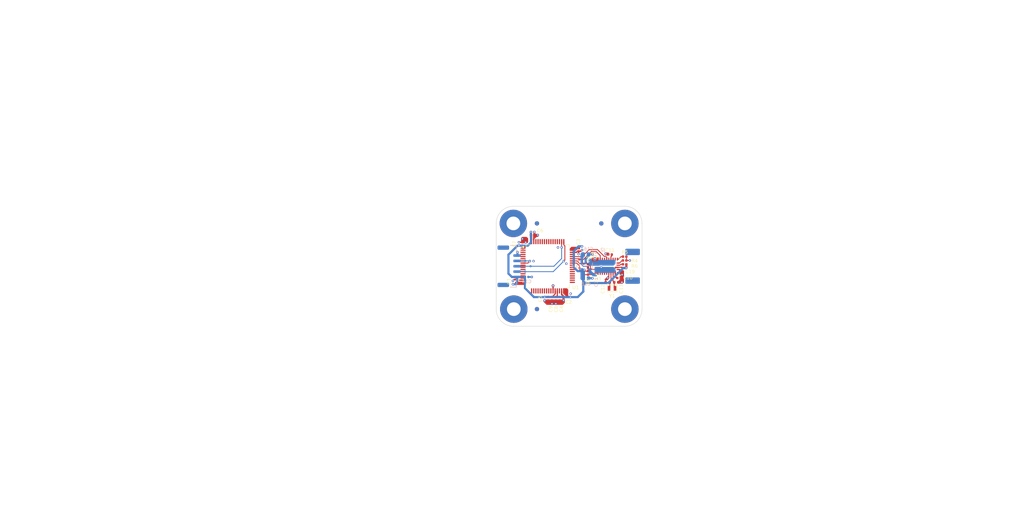
<source format=kicad_pcb>
(kicad_pcb (version 20240108) (generator "pcbnew") (generator_version "8.0")
  (title_block (date "2024-04-13") (rev "${REVISION}") (company "${COMPANY}"))
  (layers (0 "F.Cu" signal "L1 (Sig, PWR)") (1 "In1.Cu" power "L2 (GND)") (2 "In2.Cu" signal "L3 (GND)") (31 "B.Cu" signal "L4 (Sig, PWR)") (34 "B.Paste" user) (35 "F.Paste" user) (36 "B.SilkS" user "B.Silkscreen") (37 "F.SilkS" user "F.Silkscreen") (38 "B.Mask" user) (39 "F.Mask" user) (44 "Edge.Cuts" user))
  (property "ASSEMBLY_NOTES" "ASSEMBLY NOTES")
  (property "BOARD_NAME" "Board Name")
  (property "COMPANY" "Company")
  (property "DESIGNER" "Author")
  (property "FABRICATION_NOTES" "FABRICATION NOTES")
  (property "GIT_HASH_PCB" "")
  (property "GIT_HASH_SCH" "")
  (property "GIT_URL" "")
  (property "PROJECT_NAME" "Project Name")
  (property "RELEASE_BODY_1.0.0" "")
  (property "RELEASE_BODY_1.0.1" "")
  (property "RELEASE_BODY_1.0.2" "")
  (property "RELEASE_BODY_1.1.0" "")
  (property "RELEASE_BODY_UNRELEASED" "")
  (property "RELEASE_DATE" "DD-MMM-YYYY")
  (property "RELEASE_DATE_NUM" "YYYY-MM-DD")
  (property "RELEASE_TITLE_1.0.0" "")
  (property "RELEASE_TITLE_1.0.1" "")
  (property "RELEASE_TITLE_1.0.2" "")
  (property "RELEASE_TITLE_1.1.0" "")
  (property "RELEASE_TITLE_UNRELEASED" "")
  (property "REVISION" "")
  (property "SHEET_NAME_1" "Cover Page")
  (property "SHEET_NAME_10" "......................................")
  (property "SHEET_NAME_11" "......................................")
  (property "SHEET_NAME_12" "......................................")
  (property "SHEET_NAME_13" "......................................")
  (property "SHEET_NAME_14" "......................................")
  (property "SHEET_NAME_15" "......................................")
  (property "SHEET_NAME_16" "......................................")
  (property "SHEET_NAME_17" "......................................")
  (property "SHEET_NAME_18" "......................................")
  (property "SHEET_NAME_19" "......................................")
  (property "SHEET_NAME_2" "Block Diagram")
  (property "SHEET_NAME_20" "......................................")
  (property "SHEET_NAME_21" "......................................")
  (property "SHEET_NAME_22" "......................................")
  (property "SHEET_NAME_23" "......................................")
  (property "SHEET_NAME_24" "......................................")
  (property "SHEET_NAME_25" "......................................")
  (property "SHEET_NAME_26" "......................................")
  (property "SHEET_NAME_27" "......................................")
  (property "SHEET_NAME_28" "......................................")
  (property "SHEET_NAME_29" "......................................")
  (property "SHEET_NAME_3" "Project Architecture")
  (property "SHEET_NAME_30" "......................................")
  (property "SHEET_NAME_31" "......................................")
  (property "SHEET_NAME_32" "......................................")
  (property "SHEET_NAME_33" "......................................")
  (property "SHEET_NAME_34" "......................................")
  (property "SHEET_NAME_35" "......................................")
  (property "SHEET_NAME_36" "......................................")
  (property "SHEET_NAME_37" "......................................")
  (property "SHEET_NAME_38" "......................................")
  (property "SHEET_NAME_39" "......................................")
  (property "SHEET_NAME_4" "Section A - Title A")
  (property "SHEET_NAME_40" "......................................")
  (property "SHEET_NAME_5" "Section B -Title B")
  (property "SHEET_NAME_6" "Power - Sequencing")
  (property "SHEET_NAME_7" "Revision History")
  (property "SHEET_NAME_8" "......................................")
  (property "SHEET_NAME_9" "......................................")
  (property "VARIANT" "")
  (net 0 "")
  (net 1 "GND")
  (net 2 "VBUS")
  (net 3 "+3V3")
  (net 4 "/Project Architecture/IMU/XIN32")
  (net 5 "/Project Architecture/IMU/IMU_~{RESET}")
  (net 6 "/Project Architecture/IMU/PS0")
  (net 7 "/Project Architecture/IMU/PS1")
  (net 8 "/Project Architecture/IMU/COM3")
  (net 9 "/Project Architecture/IMU/I2C2_SDA")
  (net 10 "/Project Architecture/IMU/XOUT32")
  (net 11 "/Project Architecture/IMU/IMU_INT")
  (net 12 "/Project Architecture/IMU/I2C2_SCL")
  (net 13 "/Project Architecture/IMU/BLP")
  (net 14 "/Project Architecture/IMU/CAP")
  (net 15 "/Project Architecture/Connectors/NRST")
  (net 16 "/Project Architecture/Connectors/SWCLK")
  (net 17 "/Project Architecture/Connectors/SWDIO")
  (net 63 "/Project Architecture/Connectors/ADJ")
  (footprint "0_resistor_smd:R_0402_1005_DensityHigh" (layer "F.Cu") (at 161.445 86.995)
    (property "Reference" "R5")
    (property "Value" "10k 1%" (hide yes))
  )
  (footprint "Capacitor_SMD:C_0402_1005Metric" (layer "F.Cu") (at 157.5 92.995 180)
    (property "Reference" "C12")
    (property "Value" "3.9pF" (hide yes))
  )
  (footprint "Package_LGA:LGA-28_5.2x3.8mm_P0.5mm" (layer "F.Cu") (at 157.5 89.25 180)
    (property "Reference" "U3")
    (property "Value" "BNO055" (hide yes))
  )
  (footprint "0_capacitor_smd:C_0402_1005_DensityHigh" (layer "F.Cu") (at 146.3 96.85 -90)
    (property "Reference" "C4")
    (property "Value" "1u X7R 10V" (hide yes))
  )
  (footprint "Capacitor_SMD:C_0402_1005Metric" (layer "F.Cu") (at 159.5 92.995)
    (property "Reference" "C13")
    (property "Value" "3.9pF" (hide yes))
  )
  (footprint "0_resistor_smd:R_0402_1005_DensityHigh" (layer "F.Cu") (at 161.445 87.895)
    (property "Reference" "R4")
    (property "Value" "10k 1%" (hide yes))
  )
  (footprint "0_capacitor_smd:C_0402_1005_DensityHigh" (layer "F.Cu") (at 150.7 85.35 -90)
    (property "Reference" "C3")
    (property "Value" "100n X7R 50V" (hide yes))
  )
  (footprint "0_capacitor_smd:C_0402_1005_DensityHigh" (layer "F.Cu") (at 143.6 96.85 -90)
    (property "Reference" "C5")
    (property "Value" "4u7 X5R 25V" (hide yes))
  )
  (footprint "0_resistor_smd:R_0402_1005_DensityHigh" (layer "F.Cu") (at 154 88.45 90)
    (property "Reference" "R3")
    (property "Value" "10k 1%" (hide yes))
  )
  (footprint "0_capacitor_smd:C_0402_1005_DensityHigh" (layer "F.Cu") (at 137.6 84.05 90)
    (property "Reference" "C7")
    (property "Value" "1u X7R 10V" (hide yes))
  )
  (footprint "0_capacitor_smd:C_0402_1005_DensityHigh" (layer "F.Cu") (at 136.2 92.75 90)
    (property "Reference" "C1")
    (property "Value" "100n X7R 50V" (hide yes))
  )
  (footprint "0_capacitor_smd:C_0402_1005_DensityHigh" (layer "F.Cu") (at 161.045 90.095001 -90)
    (property "Reference" "C19")
    (property "Value" "100n X7R 50V" (hide yes))
  )
  (footprint "0_fiducials:Fiducial_1mm_Mask2mm" (layer "F.Cu") (at 141 99.25)
    (property "Reference" "FD3" (hide yes))
    (property "Value" "Fiducial" (hide yes))
  )
  (footprint "0_resistor_smd:R_0402_1005_DensityHigh" (layer "F.Cu") (at 152.9 89.15 90)
    (property "Reference" "R1")
    (property "Value" "2k 1%" (hide yes))
  )
  (footprint "0_package_QFP:LQFP-64_10x10mm_P0.5mm" (layer "F.Cu") (at 143.5 89.25)
    (property "Reference" "U1")
    (property "Value" "STM32G474RET3" (hide yes))
  )
  (footprint "0_capacitor_smd:C_0402_1005_DensityHigh" (layer "F.Cu") (at 147.6 96.45 180)
    (property "Reference" "C2")
    (property "Value" "100n X7R 50V" (hide yes))
  )
  (footprint "0_testpoint:TestPoint_Pad_D0.5mm" (layer "F.Cu") (at 150.9 89.65)
    (property "Reference" "TP3" (hide yes))
    (property "Value" "TestPoint" (hide yes))
  )
  (footprint "0_resistor_smd:R_0402_1005_DensityHigh" (layer "F.Cu") (at 152.9 90.8 -90)
    (property "Reference" "R2")
    (property "Value" "2k 1%" (hide yes))
  )
  (footprint "Crystal:Crystal_SMD_2012-2Pin_2.0x1.2mm" (layer "F.Cu") (at 158.5 94.4 180)
    (property "Reference" "Y1")
    (property "Value" "ECS-.327-7-12-C-TR9" (hide yes))
  )
  (footprint "0_capacitor_smd:C_0402_1005_DensityHigh" (layer "F.Cu") (at 145.4 96.85 -90)
    (property "Reference" "C8")
    (property "Value" "100n X7R 50V" (hide yes))
  )
  (footprint "0_fiducials:Fiducial_1mm_Mask2mm" (layer "F.Cu") (at 156 79.25)
    (property "Reference" "FD2" (hide yes))
    (property "Value" "Fiducial" (hide yes))
  )
  (footprint "MountingHole:MountingHole_3.2mm_M3_Pad" (layer "F.Cu") (at 161.5 79.25)
    (property "Reference" "H3" (hide yes))
    (property "Value" "M3" (hide yes))
  )
  (footprint "0_fiducials:Fiducial_1mm_Mask2mm" (layer "F.Cu") (at 141 79.25)
    (property "Reference" "FD1" (hide yes))
    (property "Value" "Fiducial" (hide yes))
  )
  (footprint "MountingHole:MountingHole_3.2mm_M3_Pad" (layer "F.Cu") (at 135.5 79.25)
    (property "Reference" "H4" (hide yes))
    (property "Value" "M3" (hide yes))
  )
  (footprint "0_testpoint:TestPoint_Pad_D0.5mm" (layer "F.Cu") (at 150.9 87.65)
    (property "Reference" "TP1" (hide yes))
    (property "Value" "TestPoint" (hide yes))
  )
  (footprint "0_testpoint:TestPoint_Pad_D0.5mm" (layer "F.Cu") (at 151.9 88.65)
    (property "Reference" "TP4" (hide yes))
    (property "Value" "TestPoint" (hide yes))
  )
  (footprint "0_capacitor_smd:C_0402_1005_DensityHigh" (layer "F.Cu") (at 144.5 96.85 -90)
    (property "Reference" "C9")
    (property "Value" "100n X7R 50V" (hide yes))
  )
  (footprint "0_capacitor_smd:C_0402_1005_DensityHigh" (layer "F.Cu") (at 140 81.95)
    (property "Reference" "C6")
    (property "Value" "100n X7R 50V" (hide yes))
  )
  (footprint "0_resistor_smd:R_0402_1005_DensityHigh" (layer "F.Cu") (at 161.445 88.795 180)
    (property "Reference" "R6")
    (property "Value" "10k 1%" (hide yes))
  )
  (footprint "MountingHole:MountingHole_3.2mm_M3_Pad" (layer "F.Cu") (at 161.5 99.25)
    (property "Reference" "H2" (hide yes))
    (property "Value" "M3" (hide yes))
  )
  (footprint "0_capacitor_smd:C_0402_1005_DensityHigh" (layer "F.Cu") (at 160.144999 91.995)
    (property "Reference" "C10")
    (property "Value" "100n X7R 50V" (hide yes))
  )
  (footprint "MountingHole:MountingHole_3.2mm_M3_Pad" (layer "F.Cu") (at 135.6 99.25)
    (property "Reference" "H1" (hide yes))
    (property "Value" "M3" (hide yes))
  )
  (footprint "0_capacitor_smd:C_0402_1005_DensityHigh" (layer "F.Cu") (at 158.045001 86.495 180)
    (property "Reference" "C11")
    (property "Value" "100n X7R 50V" (hide yes))
  )
  (footprint "0_testpoint:TestPoint_Pad_D0.5mm" (layer "F.Cu") (at 151.9 86.65)
    (property "Reference" "TP2" (hide yes))
    (property "Value" "TestPoint" (hide yes))
  )
  (footprint "0_fiducials:Fiducial_1mm_Mask2mm" (layer "B.Cu") (at 141 79.25 180)
    (property "Reference" "FD5" (hide yes))
    (property "Value" "Fiducial" (hide yes))
  )
  (footprint "0_fiducials:Fiducial_1mm_Mask2mm" (layer "B.Cu") (at 156 79.25 180)
    (property "Reference" "FD4" (hide yes))
    (property "Value" "Fiducial" (hide yes))
  )
  (footprint "0_testpoint:TestPoint_Pad_D0.5mm" (layer "B.Cu") (at 151.8 95.05 -90)
    (property "Reference" "TP8" (hide yes))
    (property "Value" "TestPoint" (hide yes))
  )
  (footprint "0_testpoint:TestPoint_Pad_D0.5mm" (layer "B.Cu") (at 138.25 88 90)
    (property "Reference" "TP7" (hide yes))
    (property "Value" "TestPoint" (hide yes))
  )
  (footprint "0_testpoint:TestPoint_Pad_D0.5mm" (layer "B.Cu") (at 139.8 91.75 -90)
    (property "Reference" "TP9" (hide yes))
    (property "Value" "TestPoint" (hide yes))
  )
  (footprint "0_connectors:JST_PH_S2B-PH-SM4-TB_1x02-1MP_P2.00mm_Horizontal" (layer "B.Cu") (at 160.4 89.25 -90)
    (property "Reference" "J2")
    (property "Value" "S2B-PH-SM4-TB" (hide yes))
  )
  (footprint "0_capacitor_smd:C_0603_1608_DensityHigh" (layer "B.Cu") (at 152.4 92.05)
    (property "Reference" "C18")
    (property "Value" "4u7 X7R 16V" (hide yes))
  )
  (footprint "0_connectors:JST_GH_SM05B-GHS-TB_1x05-1MP_P1.25mm_Horizontal" (layer "B.Cu") (at 134.5 89.25 90)
    (property "Reference" "J1")
    (property "Value" "SM05B-GHS-TB" (hide yes))
  )
  (footprint "0_capacitor_smd:C_0402_1005_DensityHigh" (layer "B.Cu") (at 154.7 89.25 -90)
    (property "Reference" "C15")
    (property "Value" "100n X7R 50V" (hide yes))
  )
  (footprint "0_capacitor_smd:C_0402_1005_DensityHigh" (layer "B.Cu") (at 154.7 90.95 90)
    (property "Reference" "C17")
    (property "Value" "10n X7R 100V" (hide yes))
  )
  (footprint "0_testpoint:TestPoint_Pad_D0.5mm" (layer "B.Cu") (at 138.25 90.5 90)
    (property "Reference" "TP5" (hide yes))
    (property "Value" "TestPoint" (hide yes))
  )
  (footprint "0_capacitor_smd:C_0603_1608_DensityHigh" (layer "B.Cu") (at 152.4 86.45)
    (property "Reference" "C16")
    (property "Value" "1u X7R 25V" (hide yes))
  )
  (footprint "0_capacitor_smd:C_0402_1005_DensityHigh" (layer "B.Cu") (at 138.6 91.75)
    (property "Reference" "C14")
    (property "Value" "100n X7R 50V" (hide yes))
  )
  (footprint "Package_TO_SOT_SMD:SOT-23-5" (layer "B.Cu") (at 152.4 89.25 -90)
    (property "Reference" "U4")
    (property "Value" "LP2992IM5-3.3/NOPB" (hide yes))
  )
  (footprint "0_fiducials:Fiducial_1mm_Mask2mm" (layer "B.Cu") (at 141 99.25 180)
    (property "Reference" "FD6" (hide yes))
    (property "Value" "Fiducial" (hide yes))
  )
  (footprint "0_testpoint:TestPoint_Pad_D0.5mm" (layer "B.Cu") (at 139.5 89.25 90)
    (property "Reference" "TP6" (hide yes))
    (property "Value" "TestPoint" (hide yes))
  )
  (gr_line (start 165.5 79.25) (end 165.5 99.25) (stroke (width 0.1)) (layer "Edge.Cuts"))
  (gr_line (start 131.5 99.25) (end 131.5 79.25) (stroke (width 0.1)) (layer "Edge.Cuts"))
  (gr_line (start 161.5 103.25) (end 135.5 103.25) (stroke (width 0.1)) (layer "Edge.Cuts"))
  (gr_arc (start 165.5 99.25) (mid 164.328427 102.078427) (end 161.5 103.25) (stroke (width 0.1)) (layer "Edge.Cuts"))
  (gr_line (start 135.5 75.25) (end 161.5 75.25) (stroke (width 0.1)) (layer "Edge.Cuts"))
  (gr_arc (start 135.5 103.25) (mid 132.671573 102.078427) (end 131.5 99.25) (stroke (width 0.1)) (layer "Edge.Cuts"))
  (gr_arc (start 161.5 75.25) (mid 164.328427 76.421573) (end 165.5 79.25) (stroke (width 0.1)) (layer "Edge.Cuts"))
  (gr_arc (start 131.5 79.25) (mid 132.671573 76.421573) (end 135.5 75.25) (stroke (width 0.1)) (layer "Edge.Cuts"))
  (segment (start 135.4 92.65) (end 135.7 92.35) (width 0.3) (layer "F.Cu") (net 1))
  (segment (start 137.6 83.65) (end 136.8 83.65) (width 0.3) (layer "F.Cu") (net 1))
  (segment (start 161.845 86.995) (end 161.845 87.895) (width 0.2) (layer "F.Cu") (net 1))
  (segment (start 155.1125 89.5) (end 156 89.5) (width 0.2) (layer "F.Cu") (net 1))
  (segment (start 150.7 85.75) (end 150.7 86.4) (width 0.3) (layer "F.Cu") (net 1))
  (segment (start 147.2 96.45) (end 147.2 97.2) (width 0.5) (layer "F.Cu") (net 1))
  (segment (start 151.5 85.45) (end 151.2 85.75) (width 0.3) (layer "F.Cu") (net 1))
  (segment (start 150.45 85.75) (end 150.2 86) (width 0.3) (layer "F.Cu") (net 1))
  (segment (start 162.645 87.895) (end 162.65 87.9) (width 0.2) (layer "F.Cu") (net 1))
  (segment (start 137.75 92.5) (end 136.35 92.5) (width 0.3) (layer "F.Cu") (net 1))
  (segment (start 140.4 81.25) (end 140.4 81.95) (width 0.5) (layer "F.Cu") (net 1))
  (segment (start 135.7 92.35) (end 136.2 92.35) (width 0.3) (layer "F.Cu") (net 1))
  (segment (start 136.35 92.5) (end 136.2 92.35) (width 0.3) (layer "F.Cu") (net 1))
  (segment (start 150.2 86) (end 149.25 86) (width 0.3) (layer "F.Cu") (net 1))
  (segment (start 151.2 85.75) (end 150.7 85.75) (width 0.3) (layer "F.Cu") (net 1))
  (segment (start 150.7 85.75) (end 150.45 85.75) (width 0.3) (layer "F.Cu") (net 1))
  (segment (start 161.845 87.895) (end 162.645 87.895) (width 0.2) (layer "F.Cu") (net 1))
  (via (at 140.4 81.25) (size 0.55) (drill 0.25) (layers "F.Cu" "B.Cu") (net 1))
  (via (at 144.75 93.8) (size 0.55) (drill 0.25) (layers "F.Cu" "B.Cu") (net 1))
  (via (at 135.4 92.65) (size 0.55) (drill 0.25) (layers "F.Cu" "B.Cu") (net 1))
  (via (at 138.35 83.65) (size 0.55) (drill 0.25) (layers "F.Cu" "B.Cu") (net 1))
  (via (at 157.05 86.35) (size 0.55) (drill 0.25) (layers "F.Cu" "B.Cu") (net 1))
  (via (at 147.85 88.65) (size 0.55) (drill 0.25) (layers "F.Cu" "B.Cu") (net 1))
  (via (at 150.7 86.4) (size 0.55) (drill 0.25) (layers "F.Cu" "B.Cu") (net 1))
  (via (at 141.2 81.95) (size 0.55) (drill 0.25) (layers "F.Cu" "B.Cu") (net 1))
  (via (at 160.85 91.2) (size 0.55) (drill 0.25) (layers "F.Cu" "B.Cu") (net 1))
  (via (at 162.65 87.9) (size 0.55) (drill 0.25) (layers "F.Cu" "B.Cu") (net 1))
  (via (at 148.85 95.65) (size 0.55) (drill 0.25) (layers "F.Cu" "B.Cu") (net 1))
  (via (at 137.6 82.85) (size 0.55) (drill 0.25) (layers "F.Cu" "B.Cu") (net 1))
  (via (at 160.8 92.975) (size 0.55) (drill 0.25) (layers "F.Cu" "B.Cu") (net 1))
  (via (at 151.5 85.45) (size 0.55) (drill 0.25) (layers "F.Cu" "B.Cu") (net 1))
  (via (at 153.95 86.45) (size 0.55) (drill 0.25) (layers "F.Cu" "B.Cu") (net 1))
  (via (at 157.5 91.975) (size 0.55) (drill 0.25) (layers "F.Cu" "B.Cu") (net 1))
  (via (at 136.8 83.65) (size 0.55) (drill 0.25) (layers "F.Cu" "B.Cu") (net 1))
  (via (at 156 89.5) (size 0.55) (drill 0.25) (layers "F.Cu" "B.Cu") (net 1))
  (via (at 136.45 85.95) (size 0.55) (drill 0.25) (layers "F.Cu" "B.Cu") (net 1))
  (via (at 154.5 87.45) (size 0.55) (drill 0.25) (layers "F.Cu" "B.Cu") (net 1))
  (via (at 145.9 84.85) (size 0.55) (drill 0.25) (layers "F.Cu" "B.Cu") (net 1))
  (via (at 144.5 98) (size 0.55) (drill 0.25) (layers "F.Cu" "B.Cu") (net 1))
  (via (at 142.8 97.25) (size 0.55) (drill 0.25) (layers "F.Cu" "B.Cu") (net 1))
  (via (at 145.4 98) (size 0.55) (drill 0.25) (layers "F.Cu" "B.Cu") (net 1))
  (via (at 140.2 88.05) (size 0.55) (drill 0.25) (layers "F.Cu" "B.Cu") (net 1))
  (via (at 139.8 91.75) (size 0.55) (drill 0.25) (layers "F.Cu" "B.Cu") (net 1))
  (via (at 147.2 97.2) (size 0.55) (drill 0.25) (layers "F.Cu" "B.Cu") (net 1))
  (via (at 153.95 92.05) (size 0.55) (drill 0.25) (layers "F.Cu" "B.Cu") (net 1))
  (segment (start 139 91.75) (end 139.8 91.75) (width 0.3) (layer "B.Cu") (net 1))
  (segment (start 136.45 86.650001) (end 136.35 86.750001) (width 0.5) (layer "B.Cu") (net 1))
  (segment (start 153.95 86.45) (end 153 86.45) (width 0.5) (layer "B.Cu") (net 1))
  (segment (start 136.45 85.95) (end 136.45 86.650001) (width 0.5) (layer "B.Cu") (net 1))
  (segment (start 153 92.05) (end 153.95 92.05) (width 0.5) (layer "B.Cu") (net 1))
  (segment (start 153.349999 88.900001) (end 153.349999 88.1125) (width 0.2) (layer "B.Cu") (net 2))
  (segment (start 151.450001 88.1125) (end 151.450001 88.900001) (width 0.2) (layer "B.Cu") (net 2))
  (segment (start 151.450001 88.900001) (end 151.8 89.25) (width 0.2) (layer "B.Cu") (net 2))
  (segment (start 153 89.25) (end 153.349999 88.900001) (width 0.2) (layer "B.Cu") (net 2))
  (segment (start 151.8 89.25) (end 153 89.25) (width 0.2) (layer "B.Cu") (net 2))
  (segment (start 146.3 96.45) (end 143.6 96.45) (width 0.5) (layer "F.Cu") (net 3))
  (segment (start 135.9 93.45) (end 135.4 93.45) (width 0.3) (layer "F.Cu") (net 3))
  (segment (start 136.8 84.45) (end 137.6 84.45) (width 0.5) (layer "F.Cu") (net 3))
  (segment (start 161.845 88.795) (end 161.845 89.605) (width 0.5) (layer "F.Cu") (net 3))
  (segment (start 159.25 90.9125) (end 159.25 91.65) (width 0.2) (layer "F.Cu") (net 3))
  (segment (start 161.045 89.695001) (end 160.849999 89.5) (width 0.3) (layer "F.Cu") (net 3))
  (segment (start 152.9 90.4) (end 152.35 90.4) (width 0.2) (layer "F.Cu") (net 3))
  (segment (start 159.8875 89.5) (end 159.35 89.5) (width 0.3) (layer "F.Cu") (net 3))
  (segment (start 145.75 95) (end 145.75 96.1) (width 0.25) (layer "F.Cu") (net 3))
  (segment (start 159.35 89.5) (end 159.1 89.75) (width 0.3) (layer "F.Cu") (net 3))
  (segment (start 152.35 90.4) (end 152.05 90.1) (width 0.2) (layer "F.Cu") (net 3))
  (segment (start 161.090001 89.65) (end 161.045 89.695001) (width 0.5) (layer "F.Cu") (net 3))
  (segment (start 145.75 96.1) (end 145.4 96.45) (width 0.25) (layer "F.Cu") (net 3))
  (segment (start 139.6 81.25) (end 139.6 81.95) (width 0.5) (layer "F.Cu") (net 3))
  (segment (start 151.05 84.6) (end 151.5 84.6) (width 0.3) (layer "F.Cu") (net 3))
  (segment (start 159.595 91.995) (end 159.375 91.775) (width 0.3) (layer "F.Cu") (net 3))
  (segment (start 152.9 89.55) (end 152.9 90.4) (width 0.2) (layer "F.Cu") (net 3))
  (segment (start 142.8 96.45) (end 143.6 96.45) (width 0.5) (layer "F.Cu") (net 3))
  (segment (start 159.8875 89.5) (end 160.65 89.5) (width 0.2) (layer "F.Cu") (net 3))
  (segment (start 159.1 89.75) (end 159.1 90.25) (width 0.3) (layer "F.Cu") (net 3))
  (segment (start 159.744999 91.995) (end 159.595 91.995) (width 0.3) (layer "F.Cu") (net 3))
  (segment (start 159.25 91.65) (end 159.375 91.775) (width 0.2) (layer "F.Cu") (net 3))
  (segment (start 145.25 95) (end 145.25 95.7) (width 0.25) (layer "F.Cu") (net 3))
  (segment (start 161.8 89.65) (end 161.090001 89.65) (width 0.5) (layer "F.Cu") (net 3))
  (segment (start 145.25 95.7) (end 144.5 96.45) (width 0.25) (layer "F.Cu") (net 3))
  (segment (start 148 96.45) (end 148.8 96.45) (width 0.5) (layer "F.Cu") (net 3))
  (segment (start 159.25 90.4) (end 159.25 90.9125) (width 0.3) (layer "F.Cu") (net 3))
  (segment (start 150.7 84.95) (end 151.05 84.6) (width 0.3) (layer "F.Cu") (net 3))
  (segment (start 136.2 93.15) (end 135.9 93.45) (width 0.3) (layer "F.Cu") (net 3))
  (segment (start 159.1 90.25) (end 159.25 90.4) (width 0.3) (layer "F.Cu") (net 3))
  (segment (start 161.845 89.605) (end 161.8 89.65) (width 0.5) (layer "F.Cu") (net 3))
  (segment (start 160.849999 89.5) (end 160.65 89.5) (width 0.3) (layer "F.Cu") (net 3))
  (via (at 136.8 84.45) (size 0.55) (drill 0.25) (layers "F.Cu" "B.Cu") (net 3))
  (via (at 161.8 89.65) (size 0.55) (drill 0.25) (layers "F.Cu" "B.Cu") (net 3))
  (via (at 152.05 90.1) (size 0.55) (drill 0.25) (layers "F.Cu" "B.Cu") (net 3))
  (via (at 142.8 96.45) (size 0.55) (drill 0.25) (layers "F.Cu" "B.Cu") (net 3))
  (via (at 151.5 84.6) (size 0.55) (drill 0.25) (layers "F.Cu" "B.Cu") (net 3))
  (via (at 139.6 81.25) (size 0.55) (drill 0.25) (layers "F.Cu" "B.Cu") (net 3))
  (via (at 135.4 93.45) (size 0.55) (drill 0.25) (layers "F.Cu" "B.Cu") (net 3))
  (via (at 148.8 96.45) (size 0.55) (drill 0.25) (layers "F.Cu" "B.Cu") (net 3))
  (segment (start 136.35 91.749999) (end 135.149999 91.749999) (width 0.5) (layer "B.Cu") (net 3))
  (segment (start 136.8 84.45) (end 138.85 84.45) (width 0.5) (layer "B.Cu") (net 3))
  (segment (start 151.8 95.15) (end 151.8 93.6) (width 0.5) (layer "B.Cu") (net 3))
  (segment (start 151.8 93.1625) (end 151.7875 93.1625) (width 0.3) (layer "B.Cu") (net 3))
  (segment (start 152.2375 93.1625) (end 151.8 93.6) (width 0.5) (layer "B.Cu") (net 3))
  (segment (start 161.8 89.65) (end 161.15 89.65) (width 0.5) (layer "B.Cu") (net 3))
  (segment (start 150.4875 90.3875) (end 151.450001 90.3875) (width 0.5) (layer "B.Cu") (net 3))
  (segment (start 151.8 92.725) (end 152.2375 93.1625) (width 0.5) (layer "B.Cu") (net 3))
  (segment (start 134.35 90.95) (end 134.35 86.55) (width 0.5) (layer "B.Cu") (net 3))
  (segment (start 138.199999 91.749999) (end 138.2 91.75) (width 0.3) (layer "B.Cu") (net 3))
  (segment (start 151.5 84.6) (end 150.7 84.6) (width 0.5) (layer "B.Cu") (net 3))
  (segment (start 157.6375 93.1625) (end 152.75 93.1625) (width 0.5) (layer "B.Cu") (net 3))
  (segment (start 136.45 84.45) (end 136.8 84.45) (width 0.5) (layer "B.Cu") (net 3))
  (segment (start 140.3 96.45) (end 142.8 96.45) (width 0.5) (layer "B.Cu") (net 3))
  (segment (start 138.2 94.35) (end 140.3 96.45) (width 0.5) (layer "B.Cu") (net 3))
  (segment (start 152.75 93.1625) (end 151.8 93.1625) (width 0.5) (layer "B.Cu") (net 3))
  (segment (start 135.149999 91.749999) (end 134.35 90.95) (width 0.5) (layer "B.Cu") (net 3))
  (segment (start 151.7875 93.1625) (end 151.7 93.25) (width 0.3) (layer "B.Cu") (net 3))
  (segment (start 151.737501 90.1) (end 151.450001 90.3875) (width 0.2) (layer "B.Cu") (net 3))
  (segment (start 149.6 89.5) (end 150.4875 90.3875) (width 0.5) (layer "B.Cu") (net 3))
  (segment (start 139.6 83.7) (end 139.6 81.25) (width 0.5) (layer "B.Cu") (net 3))
  (segment (start 151.8 91.726585) (end 151.8 92.05) (width 0.5) (layer "B.Cu") (net 3))
  (segment (start 134.35 86.55) (end 136.45 84.45) (width 0.5) (layer "B.Cu") (net 3))
  (segment (start 152.05 90.1) (end 151.737501 90.1) (width 0.2) (layer "B.Cu") (net 3))
  (segment (start 150.5 96.45) (end 151.8 95.15) (width 0.5) (layer "B.Cu") (net 3))
  (segment (start 150.7 84.6) (end 149.6 85.7) (width 0.5) (layer "B.Cu") (net 3))
  (segment (start 138.85 84.45) (end 139.6 83.7) (width 0.5) (layer "B.Cu") (net 3))
  (segment (start 151.8 93.6) (end 151.8 92.05) (width 0.5) (layer "B.Cu") (net 3))
  (segment (start 135.4 93.45) (end 136.1 93.45) (width 0.5) (layer "B.Cu") (net 3))
  (segment (start 151.8 92.05) (end 151.8 92.725) (width 0.5) (layer "B.Cu") (net 3))
  (segment (start 138.2 91.75) (end 138.2 94.35) (width 0.5) (layer "B.Cu") (net 3))
  (segment (start 149.6 85.7) (end 149.6 89.5) (width 0.5) (layer "B.Cu") (net 3))
  (segment (start 152.75 93.1625) (end 152.2375 93.1625) (width 0.5) (layer "B.Cu") (net 3))
  (segment (start 136.1 93.45) (end 136.35 93.2) (width 0.5) (layer "B.Cu") (net 3))
  (segment (start 142.8 96.45) (end 150.5 96.45) (width 0.5) (layer "B.Cu") (net 3))
  (segment (start 161.15 89.65) (end 157.6375 93.1625) (width 0.5) (layer "B.Cu") (net 3))
  (segment (start 151.8 93.1625) (end 151.8 92.05) (width 0.3) (layer "B.Cu") (net 3))
  (segment (start 136.35 91.749999) (end 138.199999 91.749999) (width 0.3) (layer "B.Cu") (net 3))
  (segment (start 136.35 93.2) (end 136.35 91.749999) (width 0.5) (layer "B.Cu") (net 3))
  (segment (start 159.02 92.995) (end 159.02 94.22) (width 0.2) (layer "F.Cu") (net 4))
  (segment (start 159.02 94.22) (end 159.2 94.4) (width 0.2) (layer "F.Cu") (net 4))
  (segment (start 158.75 92.725) (end 159.02 92.995) (width 0.2) (layer "F.Cu") (net 4))
  (segment (start 158.75 90.912501) (end 158.75 92.725) (width 0.2) (layer "F.Cu") (net 4))
  (segment (start 151.55 87) (end 151.9 86.65) (width 0.2) (layer "F.Cu") (net 5))
  (segment (start 157.05 86.95) (end 156.7 86.95) (width 0.2) (layer "F.Cu") (net 5))
  (segment (start 157.25 87.5875) (end 157.25 87.15) (width 0.2) (layer "F.Cu") (net 5))
  (segment (start 156.7 86.95) (end 155.1 85.35) (width 0.2) (layer "F.Cu") (net 5))
  (segment (start 155.1 85.35) (end 153.2 85.35) (width 0.2) (layer "F.Cu") (net 5))
  (segment (start 153.2 85.35) (end 151.9 86.65) (width 0.2) (layer "F.Cu") (net 5))
  (segment (start 149.25 87) (end 151.55 87) (width 0.2) (layer "F.Cu") (net 5))
  (segment (start 157.25 87.15) (end 157.05 86.95) (width 0.2) (layer "F.Cu") (net 5))
  (segment (start 159.75 87.5875) (end 160.0125 87.5875) (width 0.2) (layer "F.Cu") (net 6))
  (segment (start 160.0125 87.5875) (end 160.605 86.995) (width 0.2) (layer "F.Cu") (net 6))
  (segment (start 160.605 86.995) (end 161.045 86.995) (width 0.2) (layer "F.Cu") (net 6))
  (segment (start 160.250001 88.499999) (end 160.855 87.895) (width 0.2) (layer "F.Cu") (net 7))
  (segment (start 160.855 87.895) (end 161.045 87.895) (width 0.2) (layer "F.Cu") (net 7))
  (segment (start 159.8875 88.499999) (end 160.250001 88.499999) (width 0.2) (layer "F.Cu") (net 7))
  (segment (start 154.15 89) (end 154 88.85) (width 0.2) (layer "F.Cu") (net 8))
  (segment (start 155.1125 89) (end 154.15 89) (width 0.2) (layer "F.Cu") (net 8))
  (segment (start 150.25 88.5) (end 150.9 89.15) (width 0.2) (layer "F.Cu") (net 9))
  (segment (start 150.9 90.05) (end 150.9 89.65) (width 0.2) (layer "F.Cu") (net 9))
  (segment (start 150.9 89.15) (end 150.9 89.65) (width 0.2) (layer "F.Cu") (net 9))
  (segment (start 152.9 91.2) (end 153.7 91.2) (width 0.2) (layer "F.Cu") (net 9))
  (segment (start 149.25 88.5) (end 150.25 88.5) (width 0.2) (layer "F.Cu") (net 9))
  (segment (start 152.05 91.2) (end 150.9 90.05) (width 0.2) (layer "F.Cu") (net 9))
  (segment (start 153.7 91.2) (end 153.9875 90.9125) (width 0.2) (layer "F.Cu") (net 9))
  (segment (start 152.9 91.2) (end 152.05 91.2) (width 0.2) (layer "F.Cu") (net 9))
  (segment (start 153.9875 90.9125) (end 155.25 90.9125) (width 0.2) (layer "F.Cu") (net 9))
  (segment (start 158.25 92.725) (end 157.98 92.995) (width 0.2) (layer "F.Cu") (net 10))
  (segment (start 158.25 90.9125) (end 158.25 92.725) (width 0.2) (layer "F.Cu") (net 10))
  (segment (start 157.98 94.22) (end 157.8 94.4) (width 0.2) (layer "F.Cu") (net 10))
  (segment (start 157.98 92.995) (end 157.98 94.22) (width 0.2) (layer "F.Cu") (net 10))
  (segment (start 155.75 86.75) (end 154.8 85.8) (width 0.2) (layer "F.Cu") (net 11))
  (segment (start 154.8 85.8) (end 153.7 85.8) (width 0.2) (layer "F.Cu") (net 11))
  (segment (start 155.75 87.5875) (end 155.75 86.75) (width 0.2) (layer "F.Cu") (net 11))
  (segment (start 150.75 87.5) (end 150.9 87.65) (width 0.2) (layer "F.Cu") (net 11))
  (segment (start 153.7 85.8) (end 151.85 87.65) (width 0.2) (layer "F.Cu") (net 11))
  (segment (start 151.85 87.65) (end 150.9 87.65) (width 0.2) (layer "F.Cu") (net 11))
  (segment (start 149.25 87.5) (end 150.75 87.5) (width 0.2) (layer "F.Cu") (net 11))
  (segment (start 152.9 88.75) (end 153.002472 88.75) (width 0.2) (layer "F.Cu") (net 12))
  (segment (start 152.997528 88.75) (end 153.5 89.252472) (width 0.2) (layer "F.Cu") (net 12))
  (segment (start 152.9 88.75) (end 152.997528 88.75) (width 0.2) (layer "F.Cu") (net 12))
  (segment (start 153.800001 90.000001) (end 155.1125 90.000001) (width 0.2) (layer "F.Cu") (net 12))
  (segment (start 151 88.65) (end 151.9 88.65) (width 0.2) (layer "F.Cu") (net 12))
  (segment (start 151.9 88.65) (end 152.8 88.65) (width 0.2) (layer "F.Cu") (net 12))
  (segment (start 153.5 89.252472) (end 153.5 89.7) (width 0.2) (layer "F.Cu") (net 12))
  (segment (start 150.35 88) (end 151 88.65) (width 0.2) (layer "F.Cu") (net 12))
  (segment (start 152.8 88.65) (end 152.9 88.75) (width 0.2) (layer "F.Cu") (net 12))
  (segment (start 149.25 88) (end 150.35 88) (width 0.2) (layer "F.Cu") (net 12))
  (segment (start 153.5 89.7) (end 153.800001 90.000001) (width 0.2) (layer "F.Cu") (net 12))
  (segment (start 160.35 89) (end 160.555 88.795) (width 0.2) (layer "F.Cu") (net 13))
  (segment (start 159.8875 89) (end 160.35 89) (width 0.2) (layer "F.Cu") (net 13))
  (segment (start 160.555 88.795) (end 161.045 88.795) (width 0.2) (layer "F.Cu") (net 13))
  (segment (start 158.25 87) (end 158.445001 86.804999) (width 0.2) (layer "F.Cu") (net 14))
  (segment (start 158.445001 86.495) (end 158.445001 86.804999) (width 0.3) (layer "F.Cu") (net 14))
  (segment (start 158.25 87.5875) (end 158.25 87) (width 0.2) (layer "F.Cu") (net 14))
  (segment (start 138.9 88.5) (end 139.35 88.05) (width 0.2) (layer "F.Cu") (net 15))
  (segment (start 137.75 88.5) (end 138.9 88.5) (width 0.2) (layer "F.Cu") (net 15))
  (via (at 139.35 88.05) (size 0.55) (drill 0.25) (layers "F.Cu" "B.Cu") (net 15))
  (segment (start 136.35 88) (end 138.25 88) (width 0.2) (layer "B.Cu") (net 15))
  (segment (start 138.25 88) (end 139.3 88) (width 0.2) (layer "B.Cu") (net 15))
  (segment (start 139.3 88) (end 139.35 88.05) (width 0.2) (layer "B.Cu") (net 15))
  (segment (start 146.75 84.85) (end 146.75 83.5) (width 0.2) (layer "F.Cu") (net 16))
  (via (at 146.75 84.85) (size 0.55) (drill 0.25) (layers "F.Cu" "B.Cu") (net 16))
  (segment (start 146.75 87.45) (end 146.75 84.85) (width 0.2) (layer "B.Cu") (net 16))
  (segment (start 139.5 89.25) (end 144.95 89.25) (width 0.2) (layer "B.Cu") (net 16))
  (segment (start 136.350001 89.25) (end 139.5 89.25) (width 0.2) (layer "B.Cu") (net 16))
  (segment (start 144.95 89.25) (end 146.75 87.45) (width 0.2) (layer "B.Cu") (net 16))
  (segment (start 147.25 88.05) (end 147.5 87.8) (width 0.2) (layer "F.Cu") (net 17))
  (segment (start 147.5 84.5) (end 147.25 84.25) (width 0.2) (layer "F.Cu") (net 17))
  (segment (start 147.25 84.25) (end 147.25 83.5) (width 0.2) (layer "F.Cu") (net 17))
  (segment (start 147.5 87.8) (end 147.5 84.5) (width 0.2) (layer "F.Cu") (net 17))
  (via (at 147.25 88.05) (size 0.55) (drill 0.25) (layers "F.Cu" "B.Cu") (net 17))
  (segment (start 144.8 90.5) (end 147.25 88.05) (width 0.2) (layer "B.Cu") (net 17))
  (segment (start 138.25 90.5) (end 144.8 90.5) (width 0.2) (layer "B.Cu") (net 17))
  (segment (start 136.35 90.5) (end 138.25 90.5) (width 0.2) (layer "B.Cu") (net 17))
  (zone (net 1) (net_name "GND") (layer "F.Cu") (priority 3) (connect_pads yes (clearance 0)) (min_thickness 0.2) (fill yes (thermal_gap 0.2) (thermal_bridge_width 0.2))
    (polygon (pts (xy 144.6 94.85) (xy 144.6 94.1) (xy 144.45 93.95) (xy 144.45 93.6) (xy 144.55 93.5) (xy 144.95 93.5) (xy 145.05 93.6) (xy 145.05 93.95) (xy 144.9 94.1) (xy 144.9 94.85)))
  )
  (zone (net 1) (net_name "GND") (layer "F.Cu") (priority 1) (connect_pads yes (clearance 0)) (min_thickness 0.2) (fill yes (thermal_gap 0.2) (thermal_bridge_width 0.2))
    (polygon (pts (xy 160.7 90.225) (xy 161.15 90.225) (xy 161.3 90.375) (xy 161.3 91.65) (xy 161.3 93) (xy 161 93.3) (xy 159.85 93.3) (xy 159.7 93.15) (xy 159.7 92.8) (xy 159.8 92.7) (xy 159.975 92.7) (xy 160.275 92.4) (xy 160.275 91.6) (xy 160.275 90.375) (xy 160.025 90.125) (xy 159.55 90.125) (xy 159.55 89.875) (xy 160.35 89.875)))
  )
  (zone (net 3) (net_name "+3V3") (layer "F.Cu") (priority 6) (connect_pads yes (clearance 0)) (min_thickness 0.2) (fill yes (thermal_gap 0.2) (thermal_bridge_width 0.2))
    (polygon (pts (xy 139.6 83.35) (xy 139.6 82.75) (xy 139.35 82.5) (xy 139.35 81.75) (xy 139.45 81.65) (xy 139.75 81.65) (xy 139.9 81.8) (xy 139.9 83.15) (xy 139.7 83.35)))
  )
  (zone (net 3) (net_name "+3V3") (layer "F.Cu") (priority 10) (connect_pads yes (clearance 0)) (min_thickness 0.2) (fill yes (thermal_gap 0.2) (thermal_bridge_width 0.2))
    (polygon (pts (xy 147.1 95.6) (xy 147.75 96.25) (xy 147.75 96.4) (xy 147.8 96.45) (xy 148.25 96.45) (xy 148.3 96.4) (xy 148.3 94.7) (xy 148 94.4) (xy 147.15 94.4) (xy 147.1 94.45)))
  )
  (zone (net 1) (net_name "GND") (layer "F.Cu") (priority 5) (connect_pads yes (clearance 0)) (min_thickness 0.2) (fill yes (thermal_gap 0.2) (thermal_bridge_width 0.2))
    (polygon (pts (xy 138.7 83.9) (xy 138.95 83.65) (xy 138.95 82.75) (xy 138.6 82.4) (xy 137.55 82.4) (xy 137.3 82.65) (xy 137.3 83.8) (xy 137.4 83.9)))
  )
  (zone (net 3) (net_name "+3V3") (layer "F.Cu") (priority 9) (connect_pads yes (clearance 0)) (min_thickness 0.2) (fill yes (thermal_gap 0.2) (thermal_bridge_width 0.2))
    (polygon (pts (xy 150.9 85.65) (xy 151.05 85.5) (xy 151.05 85.05) (xy 150.7 84.7) (xy 149.05 84.7) (xy 148.65 85.1) (xy 148.65 85.55) (xy 148.75 85.65)))
  )
  (zone (net 1) (net_name "GND") (layer "F.Cu") (priority 7) (connect_pads yes (clearance 0)) (min_thickness 0.2) (fill yes (thermal_gap 0.2) (thermal_bridge_width 0.2))
    (polygon (pts (xy 140.1 83.15) (xy 140.1 81.8) (xy 140.2 81.7) (xy 141.35 81.7) (xy 141.45 81.8) (xy 141.45 82.15) (xy 141.2 82.4) (xy 140.9 82.4) (xy 140.4 82.9) (xy 140.4 83.15)))
  )
  (zone (net 1) (net_name "GND") (layer "F.Cu") (priority 11) (connect_pads yes (clearance 0)) (min_thickness 0.2) (fill yes (thermal_gap 0.2) (thermal_bridge_width 0.2))
    (polygon (pts (xy 146.9 95) (xy 146.9 95.7) (xy 147.5 96.3) (xy 147.5 96.6) (xy 147.4 96.7) (xy 147 96.7) (xy 146.9 96.6) (xy 146.9 96.25) (xy 146.6 95.95) (xy 146.6 94.9) (xy 146.8 94.9)))
  )
  (zone (net 1) (net_name "GND") (layer "F.Cu") (priority 13) (connect_pads yes (clearance 0)) (min_thickness 0.2) (fill yes (thermal_gap 0.2) (thermal_bridge_width 0.2))
    (polygon (pts (xy 153.7 88.15) (xy 153.7 87.45) (xy 154 87.15) (xy 155.3 87.15) (xy 155.4 87.25) (xy 155.4 88.45) (xy 155.2 88.65) (xy 154.7 88.65) (xy 154.4 88.35) (xy 153.9 88.35)))
  )
  (zone (net 1) (net_name "GND") (layer "F.Cu") (connect_pads (clearance 0)) (min_thickness 0.2) (fill yes (thermal_gap 0.2) (thermal_bridge_width 0.2))
    (polygon (pts (xy 156.75 93.075) (xy 156.75 92.325) (xy 157.625 91.45) (xy 157.625 90.975) (xy 157.875 90.975) (xy 157.875 92.1) (xy 157.3 92.675) (xy 157.3 93.05) (xy 157.3 93.025) (xy 157.25 93.075)))
  )
  (zone (net 3) (net_name "+3V3") (layer "F.Cu") (priority 2) (connect_pads yes (clearance 0)) (min_thickness 0.2) (fill yes (thermal_gap 0.2) (thermal_bridge_width 0.2))
    (polygon (pts (xy 136 92.85) (xy 135.9 92.95) (xy 135.9 93.35) (xy 136.15 93.6) (xy 138 93.6) (xy 138.35 93.25) (xy 138.35 92.9) (xy 138.3 92.85)))
  )
  (zone (net 3) (net_name "+3V3") (layer "F.Cu") (priority 4) (connect_pads (clearance 0)) (min_thickness 0.2) (fill yes (thermal_gap 0.2) (thermal_bridge_width 0.2))
    (polygon (pts (xy 137.15 85.65) (xy 137.15 84.35) (xy 137.35 84.15) (xy 138.05 84.15) (xy 138.35 84.45) (xy 138.35 85.45) (xy 138.15 85.65)))
  )
  (zone (net 1) (net_name "GND") (layer "F.Cu") (priority 12) (connect_pads yes (clearance 0)) (min_thickness 0.2) (fill yes (thermal_gap 0.2) (thermal_bridge_width 0.2))
    (polygon (pts (xy 157.6 86.75) (xy 157 86.75) (xy 156.75 86.5) (xy 156.75 86.2) (xy 156.9 86.05) (xy 157.7 86.05) (xy 157.9 86.25) (xy 157.9 86.45)))
  )
  (zone (net 1) (net_name "GND") (layer "F.Cu") (priority 20) (connect_pads yes (clearance 0)) (min_thickness 0.2) (fill yes (thermal_gap 0.2) (thermal_bridge_width 0.2))
    (polygon (pts (xy 147.5 97) (xy 147.5 97.75) (xy 147 98.25) (xy 143.25 98.25) (xy 142.5 97.5) (xy 142.5 97)))
  )
  (zone (net 1) (net_name "GND") (layer "B.Cu") (priority 16) (connect_pads yes (clearance 0)) (min_thickness 0.2) (fill yes (thermal_gap 0.2) (thermal_bridge_width 0.2))
    (polygon (pts (xy 152.1 88.1) (xy 152.1 87.5) (xy 152.6 87) (xy 152.6 86.35) (xy 153.4 86.35) (xy 153.4 86.8) (xy 152.7 87.5) (xy 152.7 88.05) (xy 152.65 88.1)))
  )
  (zone (net 2) (net_name "VBUS") (layer "B.Cu") (priority 15) (connect_pads yes (clearance 0)) (min_thickness 0.2) (fill yes (thermal_gap 0.2) (thermal_bridge_width 0.2))
    (polygon (pts (xy 151.15 88.15) (xy 151.15 86.3) (xy 151.45 86) (xy 151.85 86) (xy 152.15 86.3) (xy 152.15 86.95) (xy 151.75 87.35) (xy 151.75 88.15)))
  )
  (zone (net 3) (net_name "+3V3") (layer "B.Cu") (priority 8) (connect_pads yes (clearance 0)) (min_thickness 0.2) (fill yes (thermal_gap 0.2) (thermal_bridge_width 0.2))
    (polygon (pts (xy 151.15 92.25) (xy 151.4 92.5) (xy 152.1 92.5) (xy 152.2 92.4) (xy 152.2 90.2) (xy 151.7 89.7) (xy 151.3 89.7) (xy 151.15 89.85)))
  )
  (zone (net 2) (net_name "VBUS") (layer "B.Cu") (priority 21) (connect_pads yes (clearance 0)) (min_thickness 0.2) (fill yes (thermal_gap 0.2) (thermal_bridge_width 0.2))
    (polygon (pts (xy 153.3 87.45) (xy 153.85 88) (xy 155.1 88) (xy 155.35 87.75) (xy 155.35 88.75) (xy 155 89.1) (xy 153.45 89.1) (xy 153.05 88.7) (xy 153.05 87.7)))
  )
  (zone (net 63) (net_name "/Project Architecture/Connectors/ADJ") (layer "B.Cu") (priority 14) (connect_pads yes (clearance 0)) (min_thickness 0.2) (fill yes (thermal_gap 0.2) (thermal_bridge_width 0.2))
    (polygon (pts (xy 153.3 91.05) (xy 153.5 91.05) (xy 154.05 91.6) (xy 154.65 91.6) (xy 154.65 91.15) (xy 154.6 91.1) (xy 154.45 91.1) (xy 153.25 89.9) (xy 153.25 91)))
  )
  (zone (net 1) (net_name "GND") (layer "B.Cu") (priority 18) (connect_pads yes (clearance 0)) (min_thickness 0.2) (fill yes (thermal_gap 0.2) (thermal_bridge_width 0.2))
    (polygon (pts (xy 154.7 89.4) (xy 158.85 89.4) (xy 159.3 89.85) (xy 159.3 90.55) (xy 159.05 90.8) (xy 154.65 90.8) (xy 154.45 90.6) (xy 154.45 89.65)))
  )
  (zone (net 2) (net_name "VBUS") (layer "B.Cu") (priority 17) (connect_pads yes (clearance 0)) (min_thickness 0.2) (fill yes (thermal_gap 0.2) (thermal_bridge_width 0.2))
    (polygon (pts (xy 154.7 89.1) (xy 158.85 89.1) (xy 159.3 88.65) (xy 159.3 87.95) (xy 159.1 87.75) (xy 155.35 87.75) (xy 154.45 88.65) (xy 154.45 88.85)))
  )
)
</source>
